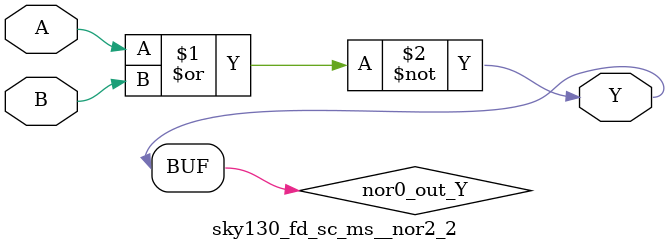
<source format=v>
/*
 * Copyright 2020 The SkyWater PDK Authors
 *
 * Licensed under the Apache License, Version 2.0 (the "License");
 * you may not use this file except in compliance with the License.
 * You may obtain a copy of the License at
 *
 *     https://www.apache.org/licenses/LICENSE-2.0
 *
 * Unless required by applicable law or agreed to in writing, software
 * distributed under the License is distributed on an "AS IS" BASIS,
 * WITHOUT WARRANTIES OR CONDITIONS OF ANY KIND, either express or implied.
 * See the License for the specific language governing permissions and
 * limitations under the License.
 *
 * SPDX-License-Identifier: Apache-2.0
*/


`ifndef SKY130_FD_SC_MS__NOR2_2_FUNCTIONAL_V
`define SKY130_FD_SC_MS__NOR2_2_FUNCTIONAL_V

/**
 * nor2: 2-input NOR.
 *
 * Verilog simulation functional model.
 */

`timescale 1ns / 1ps
`default_nettype none

`celldefine
module sky130_fd_sc_ms__nor2_2 (
    Y,
    A,
    B
);

    // Module ports
    output Y;
    input  A;
    input  B;

    // Local signals
    wire nor0_out_Y;

    //  Name  Output      Other arguments
    nor nor0 (nor0_out_Y, A, B           );
    buf buf0 (Y         , nor0_out_Y     );

endmodule
`endcelldefine

`default_nettype wire
`endif  // SKY130_FD_SC_MS__NOR2_2_FUNCTIONAL_V

</source>
